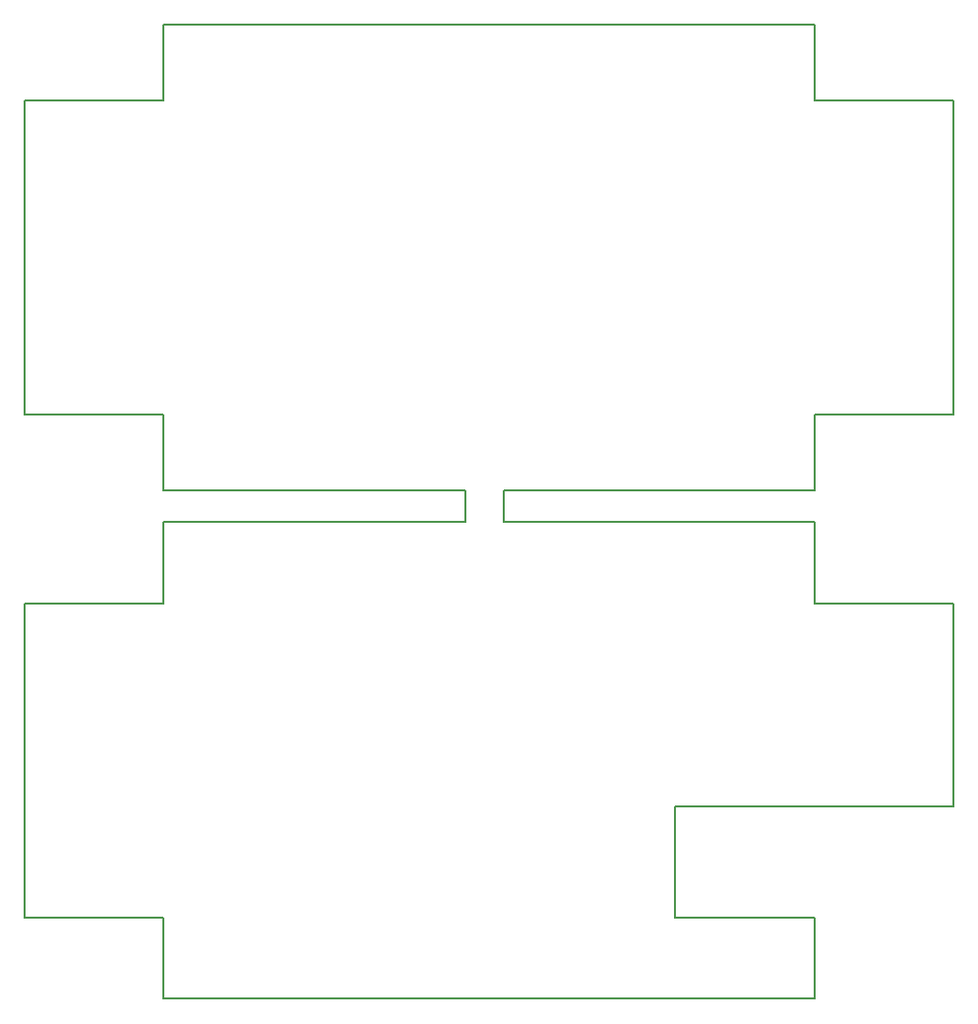
<source format=gbr>
G04 #@! TF.FileFunction,Profile,NP*
%FSLAX46Y46*%
G04 Gerber Fmt 4.6, Leading zero omitted, Abs format (unit mm)*
G04 Created by KiCad (PCBNEW 4.0.6) date Fri Apr 28 14:46:48 2017*
%MOMM*%
%LPD*%
G01*
G04 APERTURE LIST*
%ADD10C,0.100000*%
%ADD11C,0.150000*%
G04 APERTURE END LIST*
D10*
D11*
X69000000Y-65000000D02*
X92750000Y-65000000D01*
X69000000Y-62250000D02*
X69000000Y-65000000D01*
X95750000Y-62250000D02*
X69000000Y-62250000D01*
X65750000Y-65000000D02*
X39750000Y-65000000D01*
X65750000Y-62250000D02*
X65750000Y-65000000D01*
X39750000Y-62250000D02*
X65750000Y-62250000D01*
X27750000Y-28750000D02*
X39750000Y-28750000D01*
X27750000Y-55750000D02*
X27750000Y-28750000D01*
X39750000Y-55750000D02*
X27750000Y-55750000D01*
X95750000Y-55750000D02*
X95750000Y-62250000D01*
X107750000Y-55750000D02*
X95750000Y-55750000D01*
X107750000Y-28750000D02*
X107750000Y-55750000D01*
X95750000Y-28750000D02*
X107750000Y-28750000D01*
X95750000Y-22250000D02*
X95750000Y-28750000D01*
X39750000Y-62250000D02*
X39750000Y-55750000D01*
X39750000Y-22250000D02*
X39750000Y-28750000D01*
X39750000Y-22250000D02*
X95750000Y-22250000D01*
X107750000Y-89500000D02*
X107750000Y-72000000D01*
X83750000Y-89500000D02*
X107750000Y-89500000D01*
X83750000Y-99000000D02*
X83750000Y-89500000D01*
X95750000Y-99000000D02*
X83750000Y-99000000D01*
X92750000Y-65000000D02*
X95750000Y-65000000D01*
X92750000Y-106000000D02*
X95750000Y-106000000D01*
X95750000Y-99500000D02*
X95750000Y-99000000D01*
X27750000Y-99000000D02*
X27750000Y-72000000D01*
X39750000Y-99000000D02*
X27750000Y-99000000D01*
X39750000Y-99500000D02*
X39750000Y-99000000D01*
X39750000Y-106000000D02*
X39750000Y-99500000D01*
X92750000Y-106000000D02*
X39750000Y-106000000D01*
X95750000Y-105000000D02*
X95750000Y-106000000D01*
X95750000Y-99500000D02*
X95750000Y-105000000D01*
X95750000Y-72000000D02*
X107750000Y-72000000D01*
X95750000Y-65000000D02*
X95750000Y-72000000D01*
X39750000Y-72000000D02*
X39750000Y-65000000D01*
X27750000Y-72000000D02*
X39750000Y-72000000D01*
M02*

</source>
